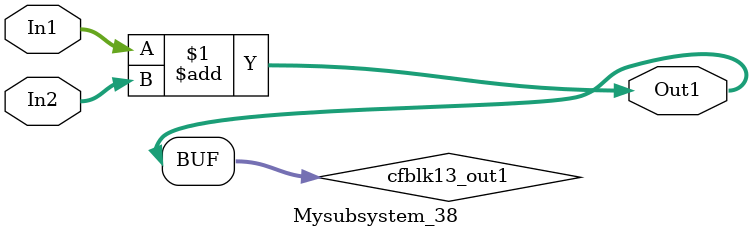
<source format=v>



`timescale 1 ns / 1 ns

module Mysubsystem_38
          (In1,
           In2,
           Out1);


  input   [7:0] In1;  // uint8
  input   [7:0] In2;  // uint8
  output  [7:0] Out1;  // uint8


  wire [7:0] cfblk13_out1;  // uint8


  assign cfblk13_out1 = In1 + In2;



  assign Out1 = cfblk13_out1;

endmodule  // Mysubsystem_38


</source>
